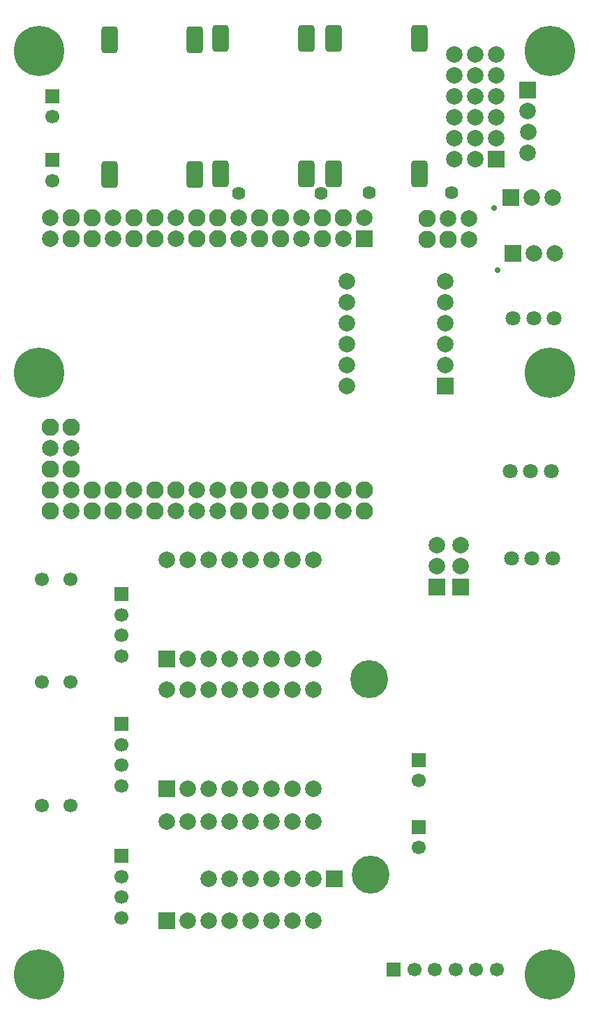
<source format=gbs>
G04*
G04 #@! TF.GenerationSoftware,Altium Limited,Altium Designer,24.2.2 (26)*
G04*
G04 Layer_Color=16711935*
%FSLAX43Y43*%
%MOMM*%
G71*
G04*
G04 #@! TF.SameCoordinates,826AFC0B-8DA9-4817-B3A0-D4F6A81A9B3F*
G04*
G04*
G04 #@! TF.FilePolarity,Negative*
G04*
G01*
G75*
%ADD25C,1.624*%
G04:AMPARAMS|DCode=26|XSize=3.3mm|YSize=2.1mm|CornerRadius=0.55mm|HoleSize=0mm|Usage=FLASHONLY|Rotation=90.000|XOffset=0mm|YOffset=0mm|HoleType=Round|Shape=RoundedRectangle|*
%AMROUNDEDRECTD26*
21,1,3.300,1.000,0,0,90.0*
21,1,2.200,2.100,0,0,90.0*
1,1,1.100,0.500,1.100*
1,1,1.100,0.500,-1.100*
1,1,1.100,-0.500,-1.100*
1,1,1.100,-0.500,1.100*
%
%ADD26ROUNDEDRECTD26*%
%ADD27R,2.000X2.000*%
%ADD28C,2.000*%
%ADD29R,1.700X1.700*%
%ADD30C,1.700*%
%ADD31R,2.000X2.000*%
%ADD32C,4.600*%
%ADD33R,1.700X1.700*%
%ADD34C,1.800*%
%ADD35C,6.100*%
%ADD36C,2.103*%
%ADD37C,0.700*%
D25*
X38200Y98775D02*
D03*
X28200D02*
D03*
X44050Y98800D02*
D03*
X54050D02*
D03*
D26*
X12500Y101000D02*
D03*
X22900D02*
D03*
Y117400D02*
D03*
X12500D02*
D03*
X26000Y117500D02*
D03*
X36400D02*
D03*
Y101100D02*
D03*
X26000D02*
D03*
X39725Y101125D02*
D03*
X50125D02*
D03*
Y117525D02*
D03*
X39725D02*
D03*
D27*
X55100Y51010D02*
D03*
X52255Y50990D02*
D03*
X63295Y111285D02*
D03*
X53275Y75400D02*
D03*
X59480Y102900D02*
D03*
D28*
X55100Y53550D02*
D03*
X55095Y56095D02*
D03*
X52255Y53530D02*
D03*
X52250Y56075D02*
D03*
X64040Y91500D02*
D03*
X66585Y91505D02*
D03*
X24575Y15575D02*
D03*
X27115D02*
D03*
X29655D02*
D03*
X34730Y15570D02*
D03*
X37275Y15575D02*
D03*
X32195D02*
D03*
X63300Y106200D02*
D03*
X63295Y108745D02*
D03*
Y103665D02*
D03*
X41325Y77940D02*
D03*
X53275D02*
D03*
X41325Y75400D02*
D03*
X53275Y88100D02*
D03*
Y85560D02*
D03*
X53280Y80485D02*
D03*
X53275Y83020D02*
D03*
X41330Y85560D02*
D03*
X41325Y83020D02*
D03*
Y80485D02*
D03*
Y88100D02*
D03*
X56175Y95735D02*
D03*
X53635D02*
D03*
X56175Y93195D02*
D03*
X5375Y93200D02*
D03*
X12995D02*
D03*
X20615D02*
D03*
X5375Y95740D02*
D03*
X12995D02*
D03*
X20615D02*
D03*
X28235Y93200D02*
D03*
Y95740D02*
D03*
X35855Y93200D02*
D03*
Y95740D02*
D03*
X43475D02*
D03*
X40935Y93200D02*
D03*
X7915Y62720D02*
D03*
Y67800D02*
D03*
X5375D02*
D03*
X25695Y62720D02*
D03*
X33315D02*
D03*
X40935D02*
D03*
X25695Y60180D02*
D03*
X33315D02*
D03*
X40935D02*
D03*
X23155Y62720D02*
D03*
X7915Y60180D02*
D03*
X15535D02*
D03*
X23155D02*
D03*
X20615D02*
D03*
X15535Y62720D02*
D03*
X37240Y26543D02*
D03*
X34700D02*
D03*
X32160D02*
D03*
X29620D02*
D03*
X24545Y26538D02*
D03*
X22000Y26543D02*
D03*
X27080D02*
D03*
X37240Y38543D02*
D03*
X34700D02*
D03*
X32160D02*
D03*
X29620D02*
D03*
X24545Y38538D02*
D03*
X22000Y38543D02*
D03*
X19460D02*
D03*
X27080D02*
D03*
X66295Y98255D02*
D03*
X63750Y98250D02*
D03*
X27080Y54291D02*
D03*
X19460D02*
D03*
X22000D02*
D03*
X24545Y54286D02*
D03*
X29620Y54291D02*
D03*
X32160D02*
D03*
X34700D02*
D03*
X37240D02*
D03*
X27080Y42291D02*
D03*
X22000D02*
D03*
X24545Y42286D02*
D03*
X29620Y42291D02*
D03*
X32160D02*
D03*
X34700D02*
D03*
X37240D02*
D03*
Y10541D02*
D03*
X34700D02*
D03*
X32160D02*
D03*
X29620D02*
D03*
X24545Y10536D02*
D03*
X22000Y10541D02*
D03*
X27080D02*
D03*
X37240Y22541D02*
D03*
X34700D02*
D03*
X32160D02*
D03*
X29620D02*
D03*
X24545Y22536D02*
D03*
X22000Y22541D02*
D03*
X19460D02*
D03*
X27080D02*
D03*
X59480Y107980D02*
D03*
Y105440D02*
D03*
Y110520D02*
D03*
Y113060D02*
D03*
Y115600D02*
D03*
X56940Y107980D02*
D03*
Y105440D02*
D03*
Y102900D02*
D03*
Y110520D02*
D03*
Y113060D02*
D03*
Y115600D02*
D03*
X54400Y107980D02*
D03*
Y105440D02*
D03*
Y102900D02*
D03*
Y110520D02*
D03*
Y113060D02*
D03*
Y115600D02*
D03*
D29*
X50050Y30000D02*
D03*
Y21875D02*
D03*
X5587Y102787D02*
D03*
X14000Y34381D02*
D03*
Y18379D02*
D03*
X5600Y110525D02*
D03*
X14000Y50129D02*
D03*
D30*
X50050Y27500D02*
D03*
Y19375D02*
D03*
X59500Y4575D02*
D03*
X54500D02*
D03*
X52000D02*
D03*
X49500D02*
D03*
X57000D02*
D03*
X5587Y100287D02*
D03*
X14000Y26881D02*
D03*
Y29381D02*
D03*
Y31881D02*
D03*
Y15879D02*
D03*
Y13379D02*
D03*
Y10879D02*
D03*
X5600Y108025D02*
D03*
X4286Y39497D02*
D03*
X7786D02*
D03*
X4286Y51943D02*
D03*
X7786D02*
D03*
X4286Y24511D02*
D03*
X7786D02*
D03*
X14000Y47629D02*
D03*
Y45129D02*
D03*
Y42629D02*
D03*
D31*
X61500Y91500D02*
D03*
X39815Y15575D02*
D03*
X43475Y93200D02*
D03*
X19460Y26543D02*
D03*
X61210Y98250D02*
D03*
X19460Y42291D02*
D03*
Y10541D02*
D03*
D32*
X44202Y16152D02*
D03*
X44075Y39775D02*
D03*
D33*
X47000Y4575D02*
D03*
D34*
X64000Y83625D02*
D03*
X66500D02*
D03*
X61500D02*
D03*
X61100Y65075D02*
D03*
X66100D02*
D03*
X63600D02*
D03*
X61275Y54450D02*
D03*
X66275D02*
D03*
X63775D02*
D03*
D35*
X4000Y77000D02*
D03*
X66000D02*
D03*
X4000Y116000D02*
D03*
X66000D02*
D03*
X4000Y4000D02*
D03*
X66000D02*
D03*
D36*
X51095Y93195D02*
D03*
Y95735D02*
D03*
X53635Y93195D02*
D03*
X7915Y93200D02*
D03*
X10455D02*
D03*
X15535D02*
D03*
X18075D02*
D03*
X7915Y95740D02*
D03*
X10455D02*
D03*
X15535D02*
D03*
X23155Y93200D02*
D03*
X25695D02*
D03*
X23155Y95740D02*
D03*
X25695D02*
D03*
X30775Y93200D02*
D03*
X33315D02*
D03*
X30775Y95740D02*
D03*
X33315D02*
D03*
X38395D02*
D03*
X40935D02*
D03*
X38395Y93200D02*
D03*
X18075Y95740D02*
D03*
X5375Y62720D02*
D03*
X30789Y60193D02*
D03*
X7915Y70340D02*
D03*
Y65260D02*
D03*
X5375D02*
D03*
Y70340D02*
D03*
X30775Y62720D02*
D03*
X28235D02*
D03*
X35855D02*
D03*
X43475D02*
D03*
X38395D02*
D03*
X28235Y60180D02*
D03*
X38395D02*
D03*
X35855D02*
D03*
X43475D02*
D03*
X18075Y62720D02*
D03*
X20615D02*
D03*
X10455Y60180D02*
D03*
X12995D02*
D03*
X18075D02*
D03*
X5375D02*
D03*
X10455Y62720D02*
D03*
X12995D02*
D03*
D37*
X59200Y96925D02*
D03*
X59650Y89450D02*
D03*
M02*

</source>
